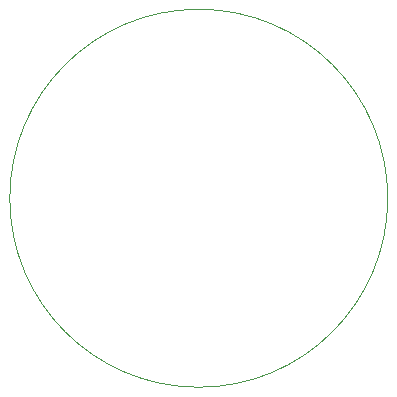
<source format=gbr>
%TF.GenerationSoftware,KiCad,Pcbnew,9.0.2*%
%TF.CreationDate,2025-07-09T19:39:00-04:00*%
%TF.ProjectId,WristWatch,57726973-7457-4617-9463-682e6b696361,rev?*%
%TF.SameCoordinates,Original*%
%TF.FileFunction,Profile,NP*%
%FSLAX46Y46*%
G04 Gerber Fmt 4.6, Leading zero omitted, Abs format (unit mm)*
G04 Created by KiCad (PCBNEW 9.0.2) date 2025-07-09 19:39:00*
%MOMM*%
%LPD*%
G01*
G04 APERTURE LIST*
%TA.AperFunction,Profile*%
%ADD10C,0.050000*%
%TD*%
G04 APERTURE END LIST*
D10*
X16002000Y0D02*
G75*
G02*
X-16002000Y0I-16002000J0D01*
G01*
X-16002000Y0D02*
G75*
G02*
X16002000Y0I16002000J0D01*
G01*
M02*

</source>
